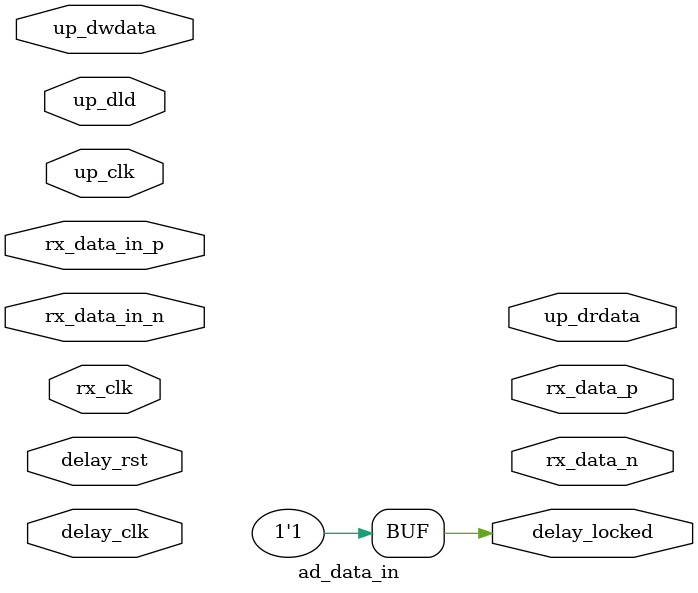
<source format=v>

`timescale 1ns/100ps

module ad_data_in #(

  // parameters

  parameter   SINGLE_ENDED = 0,
  parameter   FPGA_TECHNOLOGY = 0,
  parameter   IDDR_CLK_EDGE ="SAME_EDGE",
  parameter   IODELAY_ENABLE = 1,
  parameter   IODELAY_CTRL = 0,
  parameter   IODELAY_GROUP = "dev_if_delay_group",
  parameter   REFCLK_FREQUENCY = 200) (

  // data interface

  input               rx_clk,
  input               rx_data_in_p,
  input               rx_data_in_n,
  output              rx_data_p,
  output              rx_data_n,

  // delay-data interface

  input               up_clk,
  input               up_dld,
  input       [ 4:0]  up_dwdata,
  output      [ 4:0]  up_drdata,

  // delay-cntrl interface

  input               delay_clk,
  input               delay_rst,
  output              delay_locked);

  // internal parameters

  localparam  NONE = -1;
  localparam  SEVEN_SERIES = 1;
  localparam  ULTRASCALE = 2;
  localparam  ULTRASCALE_PLUS = 3;

  localparam  IODELAY_CTRL_ENABLED = (IODELAY_ENABLE == 1) ? IODELAY_CTRL : 0;
  localparam  IODELAY_CTRL_SIM_DEVICE = (FPGA_TECHNOLOGY == ULTRASCALE_PLUS) ? "ULTRASCALE" :
    (FPGA_TECHNOLOGY == ULTRASCALE) ? "ULTRASCALE" : "7SERIES";

  localparam  IODELAY_FPGA_TECHNOLOGY = (IODELAY_ENABLE == 1) ? FPGA_TECHNOLOGY : NONE;
  localparam  IODELAY_SIM_DEVICE = (FPGA_TECHNOLOGY == ULTRASCALE_PLUS) ? "ULTRASCALE_PLUS" :
    (FPGA_TECHNOLOGY == ULTRASCALE) ? "ULTRASCALE" : "7SERIES";

  // internal signals

  wire                rx_data_ibuf_s;
  wire                rx_data_idelay_s;
  wire        [ 8:0]  up_drdata_s;

  // delay controller

  generate
  if (IODELAY_CTRL_ENABLED == 0) begin
  assign delay_locked = 1'b1;
  end else begin
  (* IODELAY_GROUP = IODELAY_GROUP *)
  IDELAYCTRL #(.SIM_DEVICE (IODELAY_CTRL_SIM_DEVICE)) i_delay_ctrl (
    .RST (delay_rst),
    .REFCLK (delay_clk),
    .RDY (delay_locked));
  end
  endgenerate

  // receive data interface, ibuf -> idelay -> iddr

  generate
  if (SINGLE_ENDED == 1) begin
  IBUF i_rx_data_ibuf (
    .I (rx_data_in_p),
    .O (rx_data_ibuf_s));
  end else begin
  IBUFDS i_rx_data_ibuf (
    .I (rx_data_in_p),
    .IB (rx_data_in_n),
    .O (rx_data_ibuf_s));
  end
  endgenerate

  // idelay

  generate
  if (IODELAY_FPGA_TECHNOLOGY == SEVEN_SERIES) begin
  (* IODELAY_GROUP = IODELAY_GROUP *)
  IDELAYE2 #(
    .CINVCTRL_SEL ("FALSE"),
    .DELAY_SRC ("IDATAIN"),
    .HIGH_PERFORMANCE_MODE ("FALSE"),
    .IDELAY_TYPE ("VAR_LOAD"),
    .IDELAY_VALUE (0),
    .REFCLK_FREQUENCY (REFCLK_FREQUENCY),
    .PIPE_SEL ("FALSE"),
    .SIGNAL_PATTERN ("DATA"))
  i_rx_data_idelay (
    .CE (1'b0),
    .INC (1'b0),
    .DATAIN (1'b0),
    .LDPIPEEN (1'b0),
    .CINVCTRL (1'b0),
    .REGRST (1'b0),
    .C (up_clk),
    .IDATAIN (rx_data_ibuf_s),
    .DATAOUT (rx_data_idelay_s),
    .LD (up_dld),
    .CNTVALUEIN (up_dwdata),
    .CNTVALUEOUT (up_drdata));
  end
  endgenerate

  generate
  if ((IODELAY_FPGA_TECHNOLOGY == ULTRASCALE) || (IODELAY_FPGA_TECHNOLOGY == ULTRASCALE_PLUS)) begin
  assign up_drdata = up_drdata_s[8:4];
  (* IODELAY_GROUP = IODELAY_GROUP *)
  IDELAYE3 #(
    .SIM_DEVICE (IODELAY_SIM_DEVICE),
    .DELAY_SRC ("IDATAIN"),
    .DELAY_TYPE ("VAR_LOAD"),
    .REFCLK_FREQUENCY (REFCLK_FREQUENCY),
    .DELAY_FORMAT ("COUNT"))
  i_rx_data_idelay (
    .CASC_RETURN (1'b0),
    .CASC_IN (1'b0),
    .CASC_OUT (),
    .CE (1'b0),
    .CLK (up_clk),
    .INC (1'b0),
    .LOAD (up_dld),
    .CNTVALUEIN ({up_dwdata, 4'd0}),
    .CNTVALUEOUT (up_drdata_s),
    .DATAIN (1'b0),
    .IDATAIN (rx_data_ibuf_s),
    .DATAOUT (rx_data_idelay_s),
    .RST (1'b0),
    .EN_VTC (~up_dld));
  end
  endgenerate

  generate
  if (IODELAY_FPGA_TECHNOLOGY == NONE) begin
  assign rx_data_idelay_s = rx_data_ibuf_s;
	assign up_drdata = 5'd0;
  end
  endgenerate

  // iddr

  generate
  if ((FPGA_TECHNOLOGY == ULTRASCALE) || (FPGA_TECHNOLOGY == ULTRASCALE_PLUS)) begin
  IDDRE1 #(.DDR_CLK_EDGE (IDDR_CLK_EDGE)) i_rx_data_iddr (
    .R (1'b0),
    .C (rx_clk),
    .CB (~rx_clk),
    .D (rx_data_idelay_s),
    .Q1 (rx_data_p),
    .Q2 (rx_data_n));
  end
  endgenerate

  generate
  if (FPGA_TECHNOLOGY == SEVEN_SERIES) begin
  IDDR #(.DDR_CLK_EDGE (IDDR_CLK_EDGE)) i_rx_data_iddr (
    .CE (1'b1),
    .R (1'b0),
    .S (1'b0),
    .C (rx_clk),
    .D (rx_data_idelay_s),
    .Q1 (rx_data_p),
    .Q2 (rx_data_n));
  end
  endgenerate

endmodule

</source>
